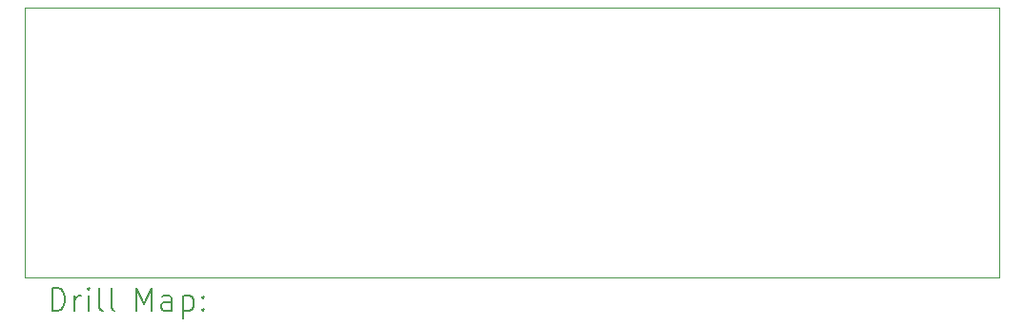
<source format=gbr>
%TF.GenerationSoftware,KiCad,Pcbnew,(6.99.0-2452-gdb4f2d9dd8)*%
%TF.CreationDate,2022-08-01T22:50:43-05:00*%
%TF.ProjectId,PTP,5054502e-6b69-4636-9164-5f7063625858,rev?*%
%TF.SameCoordinates,Original*%
%TF.FileFunction,Drillmap*%
%TF.FilePolarity,Positive*%
%FSLAX45Y45*%
G04 Gerber Fmt 4.5, Leading zero omitted, Abs format (unit mm)*
G04 Created by KiCad (PCBNEW (6.99.0-2452-gdb4f2d9dd8)) date 2022-08-01 22:50:43*
%MOMM*%
%LPD*%
G01*
G04 APERTURE LIST*
%ADD10C,0.100000*%
%ADD11C,0.200000*%
G04 APERTURE END LIST*
D10*
X9370000Y-7880000D02*
X18020000Y-7880000D01*
X18020000Y-7880000D02*
X18020000Y-10270000D01*
X18020000Y-10270000D02*
X9370000Y-10270000D01*
X9370000Y-10270000D02*
X9370000Y-7880000D01*
D11*
X9612619Y-10568476D02*
X9612619Y-10368476D01*
X9612619Y-10368476D02*
X9660238Y-10368476D01*
X9660238Y-10368476D02*
X9688810Y-10378000D01*
X9688810Y-10378000D02*
X9707857Y-10397048D01*
X9707857Y-10397048D02*
X9717381Y-10416095D01*
X9717381Y-10416095D02*
X9726905Y-10454190D01*
X9726905Y-10454190D02*
X9726905Y-10482762D01*
X9726905Y-10482762D02*
X9717381Y-10520857D01*
X9717381Y-10520857D02*
X9707857Y-10539905D01*
X9707857Y-10539905D02*
X9688810Y-10558952D01*
X9688810Y-10558952D02*
X9660238Y-10568476D01*
X9660238Y-10568476D02*
X9612619Y-10568476D01*
X9812619Y-10568476D02*
X9812619Y-10435143D01*
X9812619Y-10473238D02*
X9822143Y-10454190D01*
X9822143Y-10454190D02*
X9831667Y-10444667D01*
X9831667Y-10444667D02*
X9850714Y-10435143D01*
X9850714Y-10435143D02*
X9869762Y-10435143D01*
X9936429Y-10568476D02*
X9936429Y-10435143D01*
X9936429Y-10368476D02*
X9926905Y-10378000D01*
X9926905Y-10378000D02*
X9936429Y-10387524D01*
X9936429Y-10387524D02*
X9945952Y-10378000D01*
X9945952Y-10378000D02*
X9936429Y-10368476D01*
X9936429Y-10368476D02*
X9936429Y-10387524D01*
X10060238Y-10568476D02*
X10041190Y-10558952D01*
X10041190Y-10558952D02*
X10031667Y-10539905D01*
X10031667Y-10539905D02*
X10031667Y-10368476D01*
X10165000Y-10568476D02*
X10145952Y-10558952D01*
X10145952Y-10558952D02*
X10136429Y-10539905D01*
X10136429Y-10539905D02*
X10136429Y-10368476D01*
X10361190Y-10568476D02*
X10361190Y-10368476D01*
X10361190Y-10368476D02*
X10427857Y-10511333D01*
X10427857Y-10511333D02*
X10494524Y-10368476D01*
X10494524Y-10368476D02*
X10494524Y-10568476D01*
X10675476Y-10568476D02*
X10675476Y-10463714D01*
X10675476Y-10463714D02*
X10665952Y-10444667D01*
X10665952Y-10444667D02*
X10646905Y-10435143D01*
X10646905Y-10435143D02*
X10608809Y-10435143D01*
X10608809Y-10435143D02*
X10589762Y-10444667D01*
X10675476Y-10558952D02*
X10656429Y-10568476D01*
X10656429Y-10568476D02*
X10608809Y-10568476D01*
X10608809Y-10568476D02*
X10589762Y-10558952D01*
X10589762Y-10558952D02*
X10580238Y-10539905D01*
X10580238Y-10539905D02*
X10580238Y-10520857D01*
X10580238Y-10520857D02*
X10589762Y-10501810D01*
X10589762Y-10501810D02*
X10608809Y-10492286D01*
X10608809Y-10492286D02*
X10656429Y-10492286D01*
X10656429Y-10492286D02*
X10675476Y-10482762D01*
X10770714Y-10435143D02*
X10770714Y-10635143D01*
X10770714Y-10444667D02*
X10789762Y-10435143D01*
X10789762Y-10435143D02*
X10827857Y-10435143D01*
X10827857Y-10435143D02*
X10846905Y-10444667D01*
X10846905Y-10444667D02*
X10856429Y-10454190D01*
X10856429Y-10454190D02*
X10865952Y-10473238D01*
X10865952Y-10473238D02*
X10865952Y-10530381D01*
X10865952Y-10530381D02*
X10856429Y-10549429D01*
X10856429Y-10549429D02*
X10846905Y-10558952D01*
X10846905Y-10558952D02*
X10827857Y-10568476D01*
X10827857Y-10568476D02*
X10789762Y-10568476D01*
X10789762Y-10568476D02*
X10770714Y-10558952D01*
X10951667Y-10549429D02*
X10961190Y-10558952D01*
X10961190Y-10558952D02*
X10951667Y-10568476D01*
X10951667Y-10568476D02*
X10942143Y-10558952D01*
X10942143Y-10558952D02*
X10951667Y-10549429D01*
X10951667Y-10549429D02*
X10951667Y-10568476D01*
X10951667Y-10444667D02*
X10961190Y-10454190D01*
X10961190Y-10454190D02*
X10951667Y-10463714D01*
X10951667Y-10463714D02*
X10942143Y-10454190D01*
X10942143Y-10454190D02*
X10951667Y-10444667D01*
X10951667Y-10444667D02*
X10951667Y-10463714D01*
M02*

</source>
